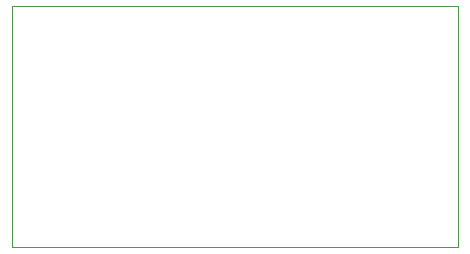
<source format=gbr>
%TF.GenerationSoftware,KiCad,Pcbnew,7.0.8*%
%TF.CreationDate,2023-10-14T12:30:27+02:00*%
%TF.ProjectId,RotorflightF7,526f746f-7266-46c6-9967-687446372e6b,rev?*%
%TF.SameCoordinates,Original*%
%TF.FileFunction,Profile,NP*%
%FSLAX46Y46*%
G04 Gerber Fmt 4.6, Leading zero omitted, Abs format (unit mm)*
G04 Created by KiCad (PCBNEW 7.0.8) date 2023-10-14 12:30:27*
%MOMM*%
%LPD*%
G01*
G04 APERTURE LIST*
%TA.AperFunction,Profile*%
%ADD10C,0.100000*%
%TD*%
G04 APERTURE END LIST*
D10*
X98690000Y-38530000D02*
X136490000Y-38530000D01*
X136490000Y-58930000D01*
X98690000Y-58930000D01*
X98690000Y-38530000D01*
M02*

</source>
